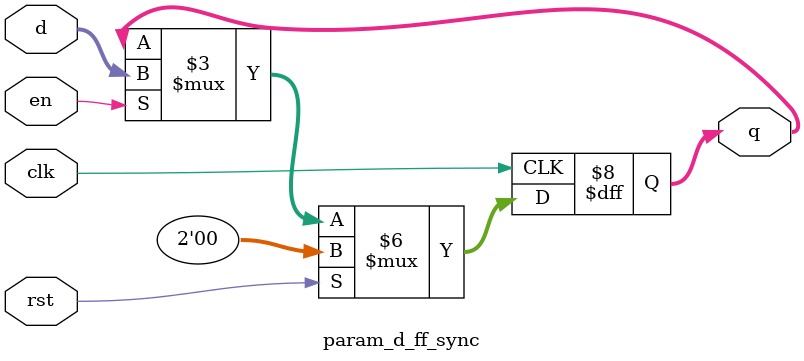
<source format=v>

`timescale 1ns/1ns

module param_d_ff_sync(d, clk, rst, q, en);
    parameter n = 2;
    input [n - 1 : 0] d;
	input clk;
	input rst;
    input en;
	output reg [n - 1 : 0] q;

	always @(posedge clk) begin
		if (rst) begin
            q <= {n{1'b0}};
		end
		else begin
            if (en)
                q  <= d;
            else
                q <= q;
		end
	end
endmodule
</source>
